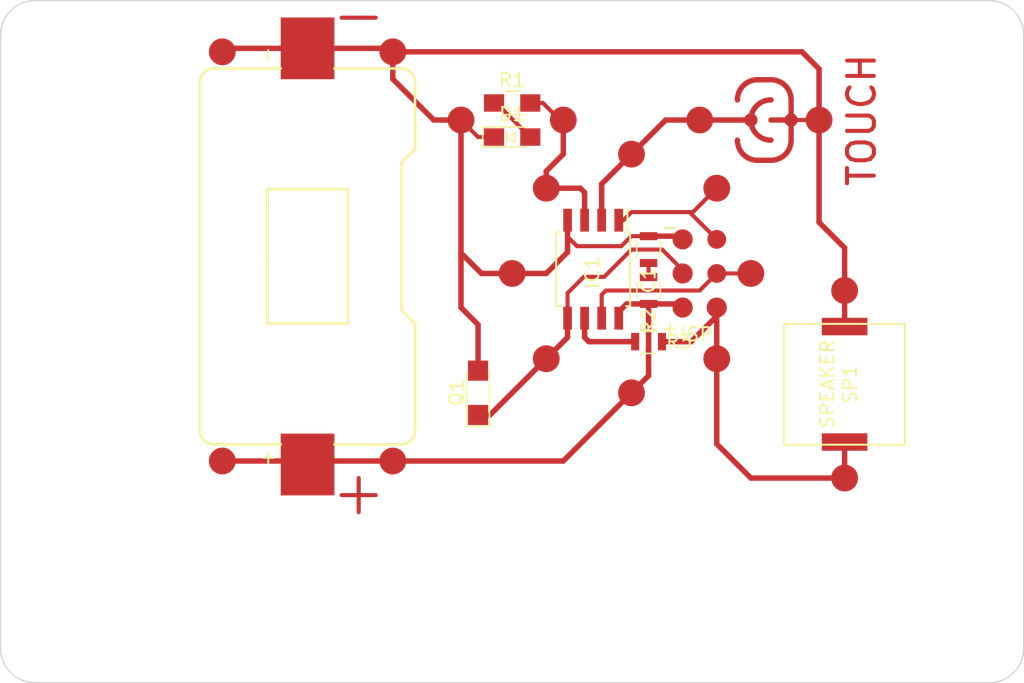
<source format=kicad_pcb>
(kicad_pcb (version 4) (host pcbnew 4.0.6)

  (general
    (links 41)
    (no_connects 2)
    (area 122.758999 58.877999 199.059001 109.778001)
    (thickness 1.6)
    (drawings 11)
    (tracks 109)
    (zones 0)
    (modules 29)
    (nets 10)
  )

  (page USLetter)
  (layers
    (0 F.Cu signal)
    (31 B.Cu signal)
    (32 B.Adhes user)
    (33 F.Adhes user)
    (34 B.Paste user)
    (35 F.Paste user)
    (36 B.SilkS user)
    (37 F.SilkS user)
    (38 B.Mask user)
    (39 F.Mask user)
    (40 Dwgs.User user)
    (41 Cmts.User user)
    (42 Eco1.User user)
    (43 Eco2.User user)
    (44 Edge.Cuts user)
    (45 Margin user)
    (46 B.CrtYd user)
    (47 F.CrtYd user)
    (48 B.Fab user)
    (49 F.Fab user)
  )

  (setup
    (last_trace_width 0.4064)
    (user_trace_width 0.254)
    (user_trace_width 0.3048)
    (user_trace_width 0.4064)
    (user_trace_width 0.6096)
    (trace_clearance 0.2)
    (zone_clearance 0.508)
    (zone_45_only no)
    (trace_min 0.2)
    (segment_width 0.2)
    (edge_width 0.1)
    (via_size 0.6)
    (via_drill 0.4)
    (via_min_size 0.4)
    (via_min_drill 0.3)
    (uvia_size 0.3)
    (uvia_drill 0.1)
    (uvias_allowed no)
    (uvia_min_size 0.2)
    (uvia_min_drill 0.1)
    (pcb_text_width 0.3)
    (pcb_text_size 1.27 1.27)
    (mod_edge_width 0.15)
    (mod_text_size 1.016 1.016)
    (mod_text_width 0.127)
    (pad_size 1.5 1.5)
    (pad_drill 0)
    (pad_to_mask_clearance 0)
    (aux_axis_origin 111.76 109.855)
    (grid_origin 0.889 0.508)
    (visible_elements 7FFFFFFF)
    (pcbplotparams
      (layerselection 0x010a0_00000001)
      (usegerberextensions true)
      (excludeedgelayer true)
      (linewidth 0.100000)
      (plotframeref false)
      (viasonmask false)
      (mode 1)
      (useauxorigin false)
      (hpglpennumber 1)
      (hpglpenspeed 20)
      (hpglpendiameter 15)
      (hpglpenoverlay 2)
      (psnegative false)
      (psa4output false)
      (plotreference true)
      (plotvalue true)
      (plotinvisibletext false)
      (padsonsilk false)
      (subtractmaskfromsilk false)
      (outputformat 1)
      (mirror false)
      (drillshape 0)
      (scaleselection 1)
      (outputdirectory gerbers/))
  )

  (net 0 "")
  (net 1 GND)
  (net 2 +BATT)
  (net 3 /MISO)
  (net 4 /SCK)
  (net 5 /MOSI)
  (net 6 /RST)
  (net 7 /D3)
  (net 8 /D4)
  (net 9 "Net-(D1-Pad2)")

  (net_class Default "This is the default net class."
    (clearance 0.2)
    (trace_width 0.25)
    (via_dia 0.6)
    (via_drill 0.4)
    (uvia_dia 0.3)
    (uvia_drill 0.1)
    (add_net +BATT)
    (add_net /D3)
    (add_net /D4)
    (add_net /MISO)
    (add_net /MOSI)
    (add_net /RST)
    (add_net /SCK)
    (add_net GND)
    (add_net "Net-(D1-Pad2)")
  )

  (module myFootPrints:SW_SMD_TOUCH (layer F.Cu) (tedit 5C9B8E15) (tstamp 5A94E024)
    (at 178.689 67.818 270)
    (path /5A7D01B3)
    (fp_text reference J1 (at 0.127 4.572 270) (layer F.SilkS) hide
      (effects (font (size 1.016 1.016) (thickness 0.2032)))
    )
    (fp_text value TOUCH (at 0.254 -4.572 270) (layer F.SilkS) hide
      (effects (font (size 1.016 1.016) (thickness 0.254)))
    )
    (fp_line (start 3 -1.5) (end 3 -0.5) (layer F.Cu) (width 0.4))
    (fp_line (start -3 -1.5) (end -3 -0.5) (layer F.Cu) (width 0.4))
    (fp_arc (start -1.5 -0.5) (end -1.5 1) (angle 90) (layer F.Cu) (width 0.4))
    (fp_arc (start 1.5 -0.5) (end 3 -0.5) (angle 90) (layer F.Cu) (width 0.4))
    (fp_line (start 0 -3) (end 0 -1.5) (layer F.Cu) (width 0.4))
    (fp_line (start -1.5 -3) (end 1.5 -3) (layer F.Cu) (width 0.4))
    (fp_arc (start 0 -1.5) (end 0 0) (angle 90) (layer F.Cu) (width 0.4))
    (fp_arc (start 0 -1.5) (end 1.5 -1.5) (angle 90) (layer F.Cu) (width 0.4))
    (fp_arc (start 1.5 -1.5) (end 1.5 -3) (angle 90) (layer F.Cu) (width 0.4))
    (fp_arc (start -1.5 -1.5) (end -3 -1.5) (angle 90) (layer F.Cu) (width 0.4))
    (pad 2 smd circle (at 0 0 270) (size 1 1) (layers F.Cu)
      (net 7 /D3))
    (pad 1 smd circle (at 0 -3 270) (size 1 1) (layers F.Cu)
      (net 1 GND))
  )

  (module footprints:SewPad (layer F.Cu) (tedit 5C9A7292) (tstamp 5C9A863A)
    (at 152.019 93.218)
    (descr "Through hole angled pin header, 1x01, 1.00mm pitch, 2.0mm pin length, single row")
    (tags "Through hole angled pin header THT 1x01 1.00mm single row")
    (path /5C9A7C13)
    (fp_text reference JB1 (at 0 -0.25) (layer F.SilkS) hide
      (effects (font (size 0.5 0.5) (thickness 0.125)))
    )
    (fp_text value PAD (at 0 0.5) (layer F.Fab)
      (effects (font (size 0.6 0.6) (thickness 0.15)))
    )
    (pad 1 smd circle (at 0 0) (size 2 2) (layers F.Cu F.Mask)
      (net 2 +BATT))
    (model ${KISYS3DMOD}/Pin_Headers.3dshapes/Pin_Header_Angled_1x01_Pitch1.00mm.wrl
      (at (xyz 0 0 0))
      (scale (xyz 1 1 1))
      (rotate (xyz 0 0 0))
    )
  )

  (module footprints:SewPad (layer F.Cu) (tedit 5C9A7292) (tstamp 5C9A860B)
    (at 139.319 62.738)
    (descr "Through hole angled pin header, 1x01, 1.00mm pitch, 2.0mm pin length, single row")
    (tags "Through hole angled pin header THT 1x01 1.00mm single row")
    (path /5C9A7CEA)
    (fp_text reference JB2 (at 0 -0.25) (layer F.SilkS) hide
      (effects (font (size 0.5 0.5) (thickness 0.125)))
    )
    (fp_text value PAD (at 0 0.5) (layer F.Fab)
      (effects (font (size 0.6 0.6) (thickness 0.15)))
    )
    (pad 1 smd circle (at 0 0) (size 2 2) (layers F.Cu F.Mask)
      (net 1 GND))
    (model ${KISYS3DMOD}/Pin_Headers.3dshapes/Pin_Header_Angled_1x01_Pitch1.00mm.wrl
      (at (xyz 0 0 0))
      (scale (xyz 1 1 1))
      (rotate (xyz 0 0 0))
    )
  )

  (module footprints:Pin_Header_Straight_2x03_Pitch2.54mm (layer F.Cu) (tedit 5C9B8E35) (tstamp 5A7BED43)
    (at 176.149 81.788 180)
    (descr "Through hole straight pin header, 2x03, 2.54mm pitch, double rows")
    (tags "Through hole pin header THT 2x03 2.54mm double row")
    (path /561A9A26)
    (fp_text reference CON1 (at 1.2 2.5 270) (layer F.SilkS) hide
      (effects (font (size 1 1) (thickness 0.15)))
    )
    (fp_text value ISP (at 1.5 -2 180) (layer F.SilkS)
      (effects (font (size 1 1) (thickness 0.15)))
    )
    (fp_text user - (at 3.5 6 180) (layer F.SilkS)
      (effects (font (size 1 1) (thickness 0.15)))
    )
    (fp_text user + (at 3.5 -1.5 180) (layer F.SilkS)
      (effects (font (size 1 1) (thickness 0.15)))
    )
    (fp_line (start 0 -1.27) (end 3.81 -1.27) (layer F.Fab) (width 0.1))
    (fp_line (start 3.81 -1.27) (end 3.81 6.35) (layer F.Fab) (width 0.1))
    (fp_line (start 3.81 6.35) (end -1.27 6.35) (layer F.Fab) (width 0.1))
    (fp_line (start -1.27 6.35) (end -1.27 0) (layer F.Fab) (width 0.1))
    (fp_line (start -1.27 0) (end 0 -1.27) (layer F.Fab) (width 0.1))
    (fp_line (start -1.8 -1.8) (end -1.8 6.85) (layer F.CrtYd) (width 0.05))
    (fp_line (start -1.8 6.85) (end 4.35 6.85) (layer F.CrtYd) (width 0.05))
    (fp_line (start 4.35 6.85) (end 4.35 -1.8) (layer F.CrtYd) (width 0.05))
    (fp_line (start 4.35 -1.8) (end -1.8 -1.8) (layer F.CrtYd) (width 0.05))
    (fp_text user %R (at 1.27 2.54 270) (layer F.Fab)
      (effects (font (size 1 1) (thickness 0.15)))
    )
    (pad 1 smd circle (at 0 0 180) (size 1.5 1.5) (layers F.Cu)
      (net 3 /MISO))
    (pad 2 smd oval (at 2.54 0 180) (size 1.5 1.5) (layers F.Cu)
      (net 2 +BATT))
    (pad 3 smd circle (at 0 2.54 180) (size 1.4 1.4) (layers F.Cu)
      (net 4 /SCK))
    (pad 4 smd oval (at 2.54 2.54 180) (size 1.5 1.5) (layers F.Cu)
      (net 5 /MOSI))
    (pad 5 smd circle (at 0 5.08 180) (size 1.4 1.4) (layers F.Cu)
      (net 6 /RST))
    (pad 6 smd circle (at 2.54 5.08 180) (size 1.5 1.5) (layers F.Cu)
      (net 1 GND))
  )

  (module Resistors_SMD:R_0805 (layer F.Cu) (tedit 5C9A81B7) (tstamp 5C9A81AC)
    (at 171.069 77.47 270)
    (descr "Resistor SMD 0805, reflow soldering, Vishay (see dcrcw.pdf)")
    (tags "resistor 0805")
    (path /553FDF53)
    (attr smd)
    (fp_text reference C1 (at 2.286 0 270) (layer F.SilkS)
      (effects (font (size 1 1) (thickness 0.15)))
    )
    (fp_text value "0.1 uF" (at 0 1.75 270) (layer F.Fab)
      (effects (font (size 1 1) (thickness 0.15)))
    )
    (fp_text user %R (at 0 0 270) (layer F.Fab)
      (effects (font (size 0.5 0.5) (thickness 0.075)))
    )
    (fp_line (start -1 0.62) (end -1 -0.62) (layer F.Fab) (width 0.1))
    (fp_line (start 1 0.62) (end -1 0.62) (layer F.Fab) (width 0.1))
    (fp_line (start 1 -0.62) (end 1 0.62) (layer F.Fab) (width 0.1))
    (fp_line (start -1 -0.62) (end 1 -0.62) (layer F.Fab) (width 0.1))
    (fp_line (start 0.6 0.88) (end -0.6 0.88) (layer F.SilkS) (width 0.12))
    (fp_line (start -0.6 -0.88) (end 0.6 -0.88) (layer F.SilkS) (width 0.12))
    (fp_line (start -1.55 -0.9) (end 1.55 -0.9) (layer F.CrtYd) (width 0.05))
    (fp_line (start -1.55 -0.9) (end -1.55 0.9) (layer F.CrtYd) (width 0.05))
    (fp_line (start 1.55 0.9) (end 1.55 -0.9) (layer F.CrtYd) (width 0.05))
    (fp_line (start 1.55 0.9) (end -1.55 0.9) (layer F.CrtYd) (width 0.05))
    (pad 1 smd rect (at -1 0 270) (size 0.6 1.3) (layers F.Cu F.Paste F.Mask)
      (net 1 GND))
    (pad 2 smd rect (at 1 0 270) (size 0.6 1.3) (layers F.Cu F.Paste F.Mask)
      (net 2 +BATT))
    (model ${KISYS3DMOD}/Resistors_SMD.3dshapes/R_0805.wrl
      (at (xyz 0 0 0))
      (scale (xyz 1 1 1))
      (rotate (xyz 0 0 0))
    )
  )

  (module Resistors_SMD:R_0805 (layer F.Cu) (tedit 5C99664C) (tstamp 5C9A7BCD)
    (at 171.069 80.518 270)
    (descr "Resistor SMD 0805, reflow soldering, Vishay (see dcrcw.pdf)")
    (tags "resistor 0805")
    (path /5C9B9776)
    (attr smd)
    (fp_text reference R2 (at 2.286 0 270) (layer F.SilkS)
      (effects (font (size 1 1) (thickness 0.15)))
    )
    (fp_text value 0 (at 0 1.75 270) (layer F.Fab)
      (effects (font (size 1 1) (thickness 0.15)))
    )
    (fp_text user %R (at 0 0 270) (layer F.Fab)
      (effects (font (size 0.5 0.5) (thickness 0.075)))
    )
    (fp_line (start -1 0.62) (end -1 -0.62) (layer F.Fab) (width 0.1))
    (fp_line (start 1 0.62) (end -1 0.62) (layer F.Fab) (width 0.1))
    (fp_line (start 1 -0.62) (end 1 0.62) (layer F.Fab) (width 0.1))
    (fp_line (start -1 -0.62) (end 1 -0.62) (layer F.Fab) (width 0.1))
    (fp_line (start 0.6 0.88) (end -0.6 0.88) (layer F.SilkS) (width 0.12))
    (fp_line (start -0.6 -0.88) (end 0.6 -0.88) (layer F.SilkS) (width 0.12))
    (fp_line (start -1.55 -0.9) (end 1.55 -0.9) (layer F.CrtYd) (width 0.05))
    (fp_line (start -1.55 -0.9) (end -1.55 0.9) (layer F.CrtYd) (width 0.05))
    (fp_line (start 1.55 0.9) (end 1.55 -0.9) (layer F.CrtYd) (width 0.05))
    (fp_line (start 1.55 0.9) (end -1.55 0.9) (layer F.CrtYd) (width 0.05))
    (pad 1 smd rect (at -1 0 270) (size 0.6 1.3) (layers F.Cu F.Paste F.Mask)
      (net 2 +BATT))
    (pad 2 smd rect (at 1 0 270) (size 0.6 1.3) (layers F.Cu F.Paste F.Mask)
      (net 2 +BATT))
    (model ${KISYS3DMOD}/Resistors_SMD.3dshapes/R_0805.wrl
      (at (xyz 0 0 0))
      (scale (xyz 1 1 1))
      (rotate (xyz 0 0 0))
    )
  )

  (module Resistors_SMD:R_0805 (layer F.Cu) (tedit 5C9B897D) (tstamp 5C8A8B15)
    (at 171.069 84.328)
    (descr "Resistor SMD 0805, reflow soldering, Vishay (see dcrcw.pdf)")
    (tags "resistor 0805")
    (path /5C8A8E71)
    (attr smd)
    (fp_text reference R3 (at 2.286 0) (layer F.SilkS)
      (effects (font (size 1 1) (thickness 0.15)))
    )
    (fp_text value 0 (at 0 1.75) (layer F.Fab)
      (effects (font (size 1 1) (thickness 0.15)))
    )
    (fp_text user %R (at 0 0) (layer F.Fab)
      (effects (font (size 0.5 0.5) (thickness 0.075)))
    )
    (fp_line (start -1 0.62) (end -1 -0.62) (layer F.Fab) (width 0.1))
    (fp_line (start 1 0.62) (end -1 0.62) (layer F.Fab) (width 0.1))
    (fp_line (start 1 -0.62) (end 1 0.62) (layer F.Fab) (width 0.1))
    (fp_line (start -1 -0.62) (end 1 -0.62) (layer F.Fab) (width 0.1))
    (fp_line (start 0.6 0.88) (end -0.6 0.88) (layer F.SilkS) (width 0.12))
    (fp_line (start -0.6 -0.88) (end 0.6 -0.88) (layer F.SilkS) (width 0.12))
    (fp_line (start -1.55 -0.9) (end 1.55 -0.9) (layer F.CrtYd) (width 0.05))
    (fp_line (start -1.55 -0.9) (end -1.55 0.9) (layer F.CrtYd) (width 0.05))
    (fp_line (start 1.55 0.9) (end 1.55 -0.9) (layer F.CrtYd) (width 0.05))
    (fp_line (start 1.55 0.9) (end -1.55 0.9) (layer F.CrtYd) (width 0.05))
    (pad 1 smd rect (at -1 0) (size 0.6 1.3) (layers F.Cu F.Paste F.Mask)
      (net 3 /MISO))
    (pad 2 smd rect (at 1 0) (size 0.6 1.3) (layers F.Cu F.Paste F.Mask)
      (net 3 /MISO))
    (model ${KISYS3DMOD}/Resistors_SMD.3dshapes/R_0805.wrl
      (at (xyz 0 0 0))
      (scale (xyz 1 1 1))
      (rotate (xyz 0 0 0))
    )
  )

  (module BATT_BA2032SM (layer F.Cu) (tedit 5C9A887A) (tstamp 5A83A7E3)
    (at 145.669 77.978 90)
    (tags battery)
    (path /553F9619)
    (fp_text reference BT1 (at 0 5 90) (layer F.SilkS) hide
      (effects (font (size 1.72974 1.08712) (thickness 0.27178)))
    )
    (fp_text value Battery (at 0 -5 90) (layer F.SilkS) hide
      (effects (font (size 1.524 1.016) (thickness 0.254)))
    )
    (fp_line (start 4 3) (end 5 3) (layer F.SilkS) (width 0.2))
    (fp_line (start 5 3) (end 5 -3) (layer F.SilkS) (width 0.2))
    (fp_line (start 5 -3) (end 4 -3) (layer F.SilkS) (width 0.2))
    (fp_line (start 0 -3) (end -5 -3) (layer F.SilkS) (width 0.2))
    (fp_line (start -5 -3) (end -5 3) (layer F.SilkS) (width 0.2))
    (fp_line (start -5 3) (end 4 3) (layer F.SilkS) (width 0.2))
    (fp_line (start 4 -3) (end 0 -3) (layer F.SilkS) (width 0.2))
    (fp_circle (center 0 0) (end 0 -10) (layer F.CrtYd) (width 0.2))
    (fp_text user - (at 15 -3 90) (layer F.SilkS)
      (effects (font (size 1 1) (thickness 0.15)))
    )
    (fp_text user + (at -15 -3 90) (layer F.SilkS)
      (effects (font (size 1 1) (thickness 0.15)))
    )
    (fp_line (start -5 8) (end -13 8) (layer F.SilkS) (width 0.2))
    (fp_line (start 8 8) (end 13 8) (layer F.SilkS) (width 0.2))
    (fp_line (start -5 8) (end -4 7) (layer F.SilkS) (width 0.2))
    (fp_line (start -4 7) (end 7 7) (layer F.SilkS) (width 0.2))
    (fp_line (start 7 7) (end 8 8) (layer F.SilkS) (width 0.2))
    (fp_line (start -14 2) (end -14 7) (layer F.SilkS) (width 0.2))
    (fp_line (start 14 2) (end 14 7) (layer F.SilkS) (width 0.2))
    (fp_line (start -13 -8) (end 13 -8) (layer F.SilkS) (width 0.2))
    (fp_line (start -14 -2) (end -14 -7) (layer F.SilkS) (width 0.2))
    (fp_arc (start 13 -7) (end 13 -8) (angle 90) (layer F.SilkS) (width 0.2))
    (fp_arc (start 13 7) (end 14 7) (angle 90) (layer F.SilkS) (width 0.2))
    (fp_arc (start -13 7) (end -13 8) (angle 90) (layer F.SilkS) (width 0.2))
    (fp_arc (start -13 -7) (end -14 -7) (angle 90) (layer F.SilkS) (width 0.2))
    (fp_line (start 14 -2) (end 14 -7) (layer F.SilkS) (width 0.2))
    (pad 1 smd rect (at -15.5 0 90) (size 4.6 4) (layers F.Cu F.Paste F.Mask)
      (net 2 +BATT))
    (pad 2 smd rect (at 15.5 0 90) (size 4.6 4) (layers F.Cu F.Paste F.Mask)
      (net 1 GND))
  )

  (module LEDs:LED_0805_HandSoldering (layer F.Cu) (tedit 5A9E0B35) (tstamp 5A94E010)
    (at 160.909 69.088)
    (descr "Resistor SMD 0805, hand soldering")
    (tags "resistor 0805")
    (path /561BE7BF)
    (attr smd)
    (fp_text reference D1 (at 0 -1.7) (layer F.SilkS)
      (effects (font (size 1 1) (thickness 0.15)))
    )
    (fp_text value LED (at 0 1.75) (layer F.Fab)
      (effects (font (size 1 1) (thickness 0.15)))
    )
    (fp_line (start -0.4 -0.4) (end -0.4 0.4) (layer F.SilkS) (width 0.1))
    (fp_line (start -0.4 0) (end 0.2 -0.4) (layer F.SilkS) (width 0.1))
    (fp_line (start 0.2 0.4) (end -0.4 0) (layer F.SilkS) (width 0.1))
    (fp_line (start 0.2 -0.4) (end 0.2 0.4) (layer F.SilkS) (width 0.1))
    (fp_line (start -1 0.62) (end -1 -0.62) (layer F.Fab) (width 0.1))
    (fp_line (start 1 0.62) (end -1 0.62) (layer F.Fab) (width 0.1))
    (fp_line (start 1 -0.62) (end 1 0.62) (layer F.Fab) (width 0.1))
    (fp_line (start -1 -0.62) (end 1 -0.62) (layer F.Fab) (width 0.1))
    (fp_line (start 1 0.75) (end -2.2 0.75) (layer F.SilkS) (width 0.12))
    (fp_line (start -2.2 -0.75) (end 1 -0.75) (layer F.SilkS) (width 0.12))
    (fp_line (start -2.35 -0.9) (end 2.35 -0.9) (layer F.CrtYd) (width 0.05))
    (fp_line (start -2.35 -0.9) (end -2.35 0.9) (layer F.CrtYd) (width 0.05))
    (fp_line (start 2.35 0.9) (end 2.35 -0.9) (layer F.CrtYd) (width 0.05))
    (fp_line (start 2.35 0.9) (end -2.35 0.9) (layer F.CrtYd) (width 0.05))
    (fp_line (start -2.2 -0.75) (end -2.2 0.75) (layer F.SilkS) (width 0.12))
    (pad 1 smd rect (at -1.35 0) (size 1.5 1.3) (layers F.Cu F.Paste F.Mask)
      (net 1 GND))
    (pad 2 smd rect (at 1.35 0) (size 1.5 1.3) (layers F.Cu F.Paste F.Mask)
      (net 9 "Net-(D1-Pad2)"))
    (model ${KISYS3DMOD}/LEDs.3dshapes/LED_0805.wrl
      (at (xyz 0 0 0))
      (scale (xyz 1 1 1))
      (rotate (xyz 0 0 0))
    )
  )

  (module footprints:SOIJ-8_5.3x5.3mm_Pitch1.27mm (layer F.Cu) (tedit 5A94E6CD) (tstamp 5A94DD7A)
    (at 166.9415 78.9305 270)
    (descr "8-Lead Plastic Small Outline (SM) - Medium, 5.28 mm Body [SOIC] (see Microchip Packaging Specification 00000049BS.pdf)")
    (tags "SOIC 1.27")
    (path /553EFD0A)
    (attr smd)
    (fp_text reference IC1 (at 0.265 0.06 270) (layer F.SilkS)
      (effects (font (size 1 1) (thickness 0.15)))
    )
    (fp_text value ATTINY85 (at 0 3.68 270) (layer F.Fab)
      (effects (font (size 1 1) (thickness 0.15)))
    )
    (fp_text user %R (at 0 0 270) (layer F.Fab)
      (effects (font (size 1 1) (thickness 0.15)))
    )
    (fp_line (start -1.65 -2.65) (end 2.65 -2.65) (layer F.Fab) (width 0.15))
    (fp_line (start 2.65 -2.65) (end 2.65 2.65) (layer F.Fab) (width 0.15))
    (fp_line (start 2.65 2.65) (end -2.65 2.65) (layer F.Fab) (width 0.15))
    (fp_line (start -2.65 2.65) (end -2.65 -1.65) (layer F.Fab) (width 0.15))
    (fp_line (start -2.65 -1.65) (end -1.65 -2.65) (layer F.Fab) (width 0.15))
    (fp_line (start -4.75 -2.95) (end -4.75 2.95) (layer F.CrtYd) (width 0.05))
    (fp_line (start 4.75 -2.95) (end 4.75 2.95) (layer F.CrtYd) (width 0.05))
    (fp_line (start -4.75 -2.95) (end 4.75 -2.95) (layer F.CrtYd) (width 0.05))
    (fp_line (start -4.75 2.95) (end 4.75 2.95) (layer F.CrtYd) (width 0.05))
    (fp_line (start -2.75 -2.755) (end -2.75 -2.55) (layer F.SilkS) (width 0.15))
    (fp_line (start 2.75 -2.755) (end 2.75 -2.455) (layer F.SilkS) (width 0.15))
    (fp_line (start 2.75 2.755) (end 2.75 2.455) (layer F.SilkS) (width 0.15))
    (fp_line (start -2.75 2.755) (end -2.75 2.455) (layer F.SilkS) (width 0.15))
    (fp_line (start -2.75 -2.755) (end 2.75 -2.755) (layer F.SilkS) (width 0.15))
    (fp_line (start -2.75 2.755) (end 2.75 2.755) (layer F.SilkS) (width 0.15))
    (fp_line (start -2.75 -2.55) (end -4.5 -2.55) (layer F.SilkS) (width 0.15))
    (pad 1 smd rect (at -3.65 -1.905 270) (size 1.7 0.65) (layers F.Cu F.Paste F.Mask)
      (net 6 /RST))
    (pad 2 smd rect (at -3.65 -0.635 270) (size 1.7 0.65) (layers F.Cu F.Paste F.Mask)
      (net 7 /D3))
    (pad 3 smd rect (at -3.65 0.635 270) (size 1.7 0.65) (layers F.Cu F.Paste F.Mask)
      (net 8 /D4))
    (pad 4 smd rect (at -3.65 1.905 270) (size 1.7 0.65) (layers F.Cu F.Paste F.Mask)
      (net 1 GND))
    (pad 5 smd rect (at 3.65 1.905 270) (size 1.7 0.65) (layers F.Cu F.Paste F.Mask)
      (net 5 /MOSI))
    (pad 6 smd rect (at 3.65 0.635 270) (size 1.7 0.65) (layers F.Cu F.Paste F.Mask)
      (net 3 /MISO))
    (pad 7 smd rect (at 3.65 -0.635 270) (size 1.7 0.65) (layers F.Cu F.Paste F.Mask)
      (net 4 /SCK))
    (pad 8 smd rect (at 3.65 -1.905 270) (size 1.7 0.65) (layers F.Cu F.Paste F.Mask)
      (net 2 +BATT))
    (model ${KISYS3DMOD}/Housings_SOIC.3dshapes/SOIJ-8_5.3x5.3mm_Pitch1.27mm.wrl
      (at (xyz 0 0 0))
      (scale (xyz 1 1 1))
      (rotate (xyz 0 0 0))
    )
  )

  (module Resistors_SMD:R_0805_HandSoldering (layer F.Cu) (tedit 58E0A804) (tstamp 5A94E034)
    (at 160.909 66.548)
    (descr "Resistor SMD 0805, hand soldering")
    (tags "resistor 0805")
    (path /561BE85C)
    (attr smd)
    (fp_text reference R1 (at 0 -1.7) (layer F.SilkS)
      (effects (font (size 1 1) (thickness 0.15)))
    )
    (fp_text value 330 (at 0 1.75) (layer F.Fab)
      (effects (font (size 1 1) (thickness 0.15)))
    )
    (fp_text user %R (at 0 0) (layer F.Fab)
      (effects (font (size 0.5 0.5) (thickness 0.075)))
    )
    (fp_line (start -1 0.62) (end -1 -0.62) (layer F.Fab) (width 0.1))
    (fp_line (start 1 0.62) (end -1 0.62) (layer F.Fab) (width 0.1))
    (fp_line (start 1 -0.62) (end 1 0.62) (layer F.Fab) (width 0.1))
    (fp_line (start -1 -0.62) (end 1 -0.62) (layer F.Fab) (width 0.1))
    (fp_line (start 0.6 0.88) (end -0.6 0.88) (layer F.SilkS) (width 0.12))
    (fp_line (start -0.6 -0.88) (end 0.6 -0.88) (layer F.SilkS) (width 0.12))
    (fp_line (start -2.35 -0.9) (end 2.35 -0.9) (layer F.CrtYd) (width 0.05))
    (fp_line (start -2.35 -0.9) (end -2.35 0.9) (layer F.CrtYd) (width 0.05))
    (fp_line (start 2.35 0.9) (end 2.35 -0.9) (layer F.CrtYd) (width 0.05))
    (fp_line (start 2.35 0.9) (end -2.35 0.9) (layer F.CrtYd) (width 0.05))
    (pad 1 smd rect (at -1.35 0) (size 1.5 1.3) (layers F.Cu F.Paste F.Mask)
      (net 9 "Net-(D1-Pad2)"))
    (pad 2 smd rect (at 1.35 0) (size 1.5 1.3) (layers F.Cu F.Paste F.Mask)
      (net 8 /D4))
    (model ${KISYS3DMOD}/Resistors_SMD.3dshapes/R_0805.wrl
      (at (xyz 0 0 0))
      (scale (xyz 1 1 1))
      (rotate (xyz 0 0 0))
    )
  )

  (module footprints:PS1240_piezo (layer F.Cu) (tedit 5A7D0A37) (tstamp 5C9A6FE2)
    (at 185.674 87.503 270)
    (descr "piezo speaker 12 mm")
    (tags "buzzer speaker piezo")
    (path /561A890F)
    (fp_text reference SP1 (at 0 -0.4 270) (layer F.SilkS)
      (effects (font (size 1 1) (thickness 0.15)))
    )
    (fp_text value SPEAKER (at 0 1.3 270) (layer F.SilkS)
      (effects (font (size 1 1) (thickness 0.15)))
    )
    (fp_line (start -4.5 -4.5) (end -4.5 4.5) (layer F.SilkS) (width 0.15))
    (fp_line (start -4.5 4.5) (end 4.5 4.5) (layer F.SilkS) (width 0.15))
    (fp_line (start 4.5 4.5) (end 4.5 -4.5) (layer F.SilkS) (width 0.15))
    (fp_line (start 4.5 -4.5) (end -4.5 -4.5) (layer F.SilkS) (width 0.15))
    (pad 1 smd rect (at -4.3 0 270) (size 1.3 3.4) (layers F.Cu F.Paste F.Mask)
      (net 1 GND))
    (pad 2 smd rect (at 4.3 0 270) (size 1.3 3.4) (layers F.Cu F.Paste F.Mask)
      (net 3 /MISO))
  )

  (module footprints:SewPad (layer F.Cu) (tedit 5C9A7292) (tstamp 5C9A7443)
    (at 139.319 93.218)
    (descr "Through hole angled pin header, 1x01, 1.00mm pitch, 2.0mm pin length, single row")
    (tags "Through hole angled pin header THT 1x01 1.00mm single row")
    (path /5C9A7C13)
    (fp_text reference JB1 (at 0 -0.25) (layer F.SilkS) hide
      (effects (font (size 0.5 0.5) (thickness 0.125)))
    )
    (fp_text value PAD (at 0 0.5) (layer F.Fab)
      (effects (font (size 0.6 0.6) (thickness 0.15)))
    )
    (pad 1 smd circle (at 0 0) (size 2 2) (layers F.Cu F.Mask)
      (net 2 +BATT))
    (model ${KISYS3DMOD}/Pin_Headers.3dshapes/Pin_Header_Angled_1x01_Pitch1.00mm.wrl
      (at (xyz 0 0 0))
      (scale (xyz 1 1 1))
      (rotate (xyz 0 0 0))
    )
  )

  (module footprints:SewPad (layer F.Cu) (tedit 5C9A7292) (tstamp 5C9A7448)
    (at 152.019 62.738)
    (descr "Through hole angled pin header, 1x01, 1.00mm pitch, 2.0mm pin length, single row")
    (tags "Through hole angled pin header THT 1x01 1.00mm single row")
    (path /5C9A7CEA)
    (fp_text reference JB2 (at 0 -0.25) (layer F.SilkS) hide
      (effects (font (size 0.5 0.5) (thickness 0.125)))
    )
    (fp_text value PAD (at 0 0.5) (layer F.Fab)
      (effects (font (size 0.6 0.6) (thickness 0.15)))
    )
    (pad 1 smd circle (at 0 0) (size 2 2) (layers F.Cu F.Mask)
      (net 1 GND))
    (model ${KISYS3DMOD}/Pin_Headers.3dshapes/Pin_Header_Angled_1x01_Pitch1.00mm.wrl
      (at (xyz 0 0 0))
      (scale (xyz 1 1 1))
      (rotate (xyz 0 0 0))
    )
  )

  (module footprints:SewPad (layer F.Cu) (tedit 5C9A7292) (tstamp 5C9A744D)
    (at 164.719 67.818)
    (descr "Through hole angled pin header, 1x01, 1.00mm pitch, 2.0mm pin length, single row")
    (tags "Through hole angled pin header THT 1x01 1.00mm single row")
    (path /5C9A7290)
    (fp_text reference JL1 (at 0 -0.25) (layer F.SilkS) hide
      (effects (font (size 0.5 0.5) (thickness 0.125)))
    )
    (fp_text value PAD (at 0 0.5) (layer F.Fab)
      (effects (font (size 0.6 0.6) (thickness 0.15)))
    )
    (pad 1 smd circle (at 0 0) (size 2 2) (layers F.Cu F.Mask)
      (net 8 /D4))
    (model ${KISYS3DMOD}/Pin_Headers.3dshapes/Pin_Header_Angled_1x01_Pitch1.00mm.wrl
      (at (xyz 0 0 0))
      (scale (xyz 1 1 1))
      (rotate (xyz 0 0 0))
    )
  )

  (module footprints:SewPad (layer F.Cu) (tedit 5C9A7292) (tstamp 5C9A7452)
    (at 157.099 67.818)
    (descr "Through hole angled pin header, 1x01, 1.00mm pitch, 2.0mm pin length, single row")
    (tags "Through hole angled pin header THT 1x01 1.00mm single row")
    (path /5C9A7595)
    (fp_text reference JL2 (at 0 -0.25) (layer F.SilkS) hide
      (effects (font (size 0.5 0.5) (thickness 0.125)))
    )
    (fp_text value PAD (at 0 0.5) (layer F.Fab)
      (effects (font (size 0.6 0.6) (thickness 0.15)))
    )
    (pad 1 smd circle (at 0 0) (size 2 2) (layers F.Cu F.Mask)
      (net 1 GND))
    (model ${KISYS3DMOD}/Pin_Headers.3dshapes/Pin_Header_Angled_1x01_Pitch1.00mm.wrl
      (at (xyz 0 0 0))
      (scale (xyz 1 1 1))
      (rotate (xyz 0 0 0))
    )
  )

  (module footprints:SewPad (layer F.Cu) (tedit 5C9A7292) (tstamp 5C9A7457)
    (at 169.799 88.138)
    (descr "Through hole angled pin header, 1x01, 1.00mm pitch, 2.0mm pin length, single row")
    (tags "Through hole angled pin header THT 1x01 1.00mm single row")
    (path /5C9A827C)
    (fp_text reference JP1 (at 0 -0.25) (layer F.SilkS) hide
      (effects (font (size 0.5 0.5) (thickness 0.125)))
    )
    (fp_text value PAD (at 0 0.5) (layer F.Fab)
      (effects (font (size 0.6 0.6) (thickness 0.15)))
    )
    (pad 1 smd circle (at 0 0) (size 2 2) (layers F.Cu F.Mask)
      (net 2 +BATT))
    (model ${KISYS3DMOD}/Pin_Headers.3dshapes/Pin_Header_Angled_1x01_Pitch1.00mm.wrl
      (at (xyz 0 0 0))
      (scale (xyz 1 1 1))
      (rotate (xyz 0 0 0))
    )
  )

  (module footprints:SewPad (layer F.Cu) (tedit 5C9A7292) (tstamp 5C9A745C)
    (at 160.909 79.248)
    (descr "Through hole angled pin header, 1x01, 1.00mm pitch, 2.0mm pin length, single row")
    (tags "Through hole angled pin header THT 1x01 1.00mm single row")
    (path /5C9A863D)
    (fp_text reference JP2 (at 0 -0.25) (layer F.SilkS) hide
      (effects (font (size 0.5 0.5) (thickness 0.125)))
    )
    (fp_text value CONN_01X01 (at 0 0.5) (layer F.Fab)
      (effects (font (size 0.6 0.6) (thickness 0.15)))
    )
    (pad 1 smd circle (at 0 0) (size 2 2) (layers F.Cu F.Mask)
      (net 1 GND))
    (model ${KISYS3DMOD}/Pin_Headers.3dshapes/Pin_Header_Angled_1x01_Pitch1.00mm.wrl
      (at (xyz 0 0 0))
      (scale (xyz 1 1 1))
      (rotate (xyz 0 0 0))
    )
  )

  (module footprints:SewPad (layer F.Cu) (tedit 5C9A7292) (tstamp 5C9A7461)
    (at 185.674 94.488)
    (descr "Through hole angled pin header, 1x01, 1.00mm pitch, 2.0mm pin length, single row")
    (tags "Through hole angled pin header THT 1x01 1.00mm single row")
    (path /5C9A7668)
    (fp_text reference JS1 (at 0 -0.25) (layer F.SilkS) hide
      (effects (font (size 0.5 0.5) (thickness 0.125)))
    )
    (fp_text value PAD (at 0 0.5) (layer F.Fab)
      (effects (font (size 0.6 0.6) (thickness 0.15)))
    )
    (pad 1 smd circle (at 0 0) (size 2 2) (layers F.Cu F.Mask)
      (net 3 /MISO))
    (model ${KISYS3DMOD}/Pin_Headers.3dshapes/Pin_Header_Angled_1x01_Pitch1.00mm.wrl
      (at (xyz 0 0 0))
      (scale (xyz 1 1 1))
      (rotate (xyz 0 0 0))
    )
  )

  (module footprints:SewPad (layer F.Cu) (tedit 5C9A7292) (tstamp 5C9A7466)
    (at 185.674 80.518)
    (descr "Through hole angled pin header, 1x01, 1.00mm pitch, 2.0mm pin length, single row")
    (tags "Through hole angled pin header THT 1x01 1.00mm single row")
    (path /5C9A770B)
    (fp_text reference JS2 (at 0 -0.25) (layer F.SilkS) hide
      (effects (font (size 0.5 0.5) (thickness 0.125)))
    )
    (fp_text value PAD (at 0 0.5) (layer F.Fab)
      (effects (font (size 0.6 0.6) (thickness 0.15)))
    )
    (pad 1 smd circle (at 0 0) (size 2 2) (layers F.Cu F.Mask)
      (net 1 GND))
    (model ${KISYS3DMOD}/Pin_Headers.3dshapes/Pin_Header_Angled_1x01_Pitch1.00mm.wrl
      (at (xyz 0 0 0))
      (scale (xyz 1 1 1))
      (rotate (xyz 0 0 0))
    )
  )

  (module footprints:SewPad (layer F.Cu) (tedit 5C9A7292) (tstamp 5C9A746B)
    (at 174.879 67.818)
    (descr "Through hole angled pin header, 1x01, 1.00mm pitch, 2.0mm pin length, single row")
    (tags "Through hole angled pin header THT 1x01 1.00mm single row")
    (path /5C9A732F)
    (fp_text reference JT1 (at 0 -0.25) (layer F.SilkS) hide
      (effects (font (size 0.5 0.5) (thickness 0.125)))
    )
    (fp_text value PAD (at 0 0.5) (layer F.Fab)
      (effects (font (size 0.6 0.6) (thickness 0.15)))
    )
    (pad 1 smd circle (at 0 0) (size 2 2) (layers F.Cu F.Mask)
      (net 7 /D3))
    (model ${KISYS3DMOD}/Pin_Headers.3dshapes/Pin_Header_Angled_1x01_Pitch1.00mm.wrl
      (at (xyz 0 0 0))
      (scale (xyz 1 1 1))
      (rotate (xyz 0 0 0))
    )
  )

  (module footprints:SewPad (layer F.Cu) (tedit 5C9A7292) (tstamp 5C9A7470)
    (at 183.769 67.818)
    (descr "Through hole angled pin header, 1x01, 1.00mm pitch, 2.0mm pin length, single row")
    (tags "Through hole angled pin header THT 1x01 1.00mm single row")
    (path /5C9A75FC)
    (fp_text reference JT2 (at 0 -0.25) (layer F.SilkS) hide
      (effects (font (size 0.5 0.5) (thickness 0.125)))
    )
    (fp_text value PAD (at 0 0.5) (layer F.Fab)
      (effects (font (size 0.6 0.6) (thickness 0.15)))
    )
    (pad 1 smd circle (at 0 0) (size 2 2) (layers F.Cu F.Mask)
      (net 1 GND))
    (model ${KISYS3DMOD}/Pin_Headers.3dshapes/Pin_Header_Angled_1x01_Pitch1.00mm.wrl
      (at (xyz 0 0 0))
      (scale (xyz 1 1 1))
      (rotate (xyz 0 0 0))
    )
  )

  (module footprints:SewPad (layer F.Cu) (tedit 5C9A7292) (tstamp 5C9A7542)
    (at 163.449 85.598)
    (descr "Through hole angled pin header, 1x01, 1.00mm pitch, 2.0mm pin length, single row")
    (tags "Through hole angled pin header THT 1x01 1.00mm single row")
    (path /5C9A89D0)
    (fp_text reference JD0 (at 0 -0.25) (layer F.SilkS) hide
      (effects (font (size 0.5 0.5) (thickness 0.125)))
    )
    (fp_text value PAD (at 0 0.5) (layer F.Fab)
      (effects (font (size 0.6 0.6) (thickness 0.15)))
    )
    (pad 1 smd circle (at 0 0) (size 2 2) (layers F.Cu F.Mask)
      (net 5 /MOSI))
    (model ${KISYS3DMOD}/Pin_Headers.3dshapes/Pin_Header_Angled_1x01_Pitch1.00mm.wrl
      (at (xyz 0 0 0))
      (scale (xyz 1 1 1))
      (rotate (xyz 0 0 0))
    )
  )

  (module footprints:SewPad (layer F.Cu) (tedit 5C9A7292) (tstamp 5C9A7547)
    (at 176.149 85.598)
    (descr "Through hole angled pin header, 1x01, 1.00mm pitch, 2.0mm pin length, single row")
    (tags "Through hole angled pin header THT 1x01 1.00mm single row")
    (path /5C9A8A4D)
    (fp_text reference JD1 (at 0 -0.25) (layer F.SilkS) hide
      (effects (font (size 0.5 0.5) (thickness 0.125)))
    )
    (fp_text value PAD (at 0 0.5) (layer F.Fab)
      (effects (font (size 0.6 0.6) (thickness 0.15)))
    )
    (pad 1 smd circle (at 0 0) (size 2 2) (layers F.Cu F.Mask)
      (net 3 /MISO))
    (model ${KISYS3DMOD}/Pin_Headers.3dshapes/Pin_Header_Angled_1x01_Pitch1.00mm.wrl
      (at (xyz 0 0 0))
      (scale (xyz 1 1 1))
      (rotate (xyz 0 0 0))
    )
  )

  (module footprints:SewPad (layer F.Cu) (tedit 5C9A7292) (tstamp 5C9A754C)
    (at 178.689 79.248)
    (descr "Through hole angled pin header, 1x01, 1.00mm pitch, 2.0mm pin length, single row")
    (tags "Through hole angled pin header THT 1x01 1.00mm single row")
    (path /5C9A8AC3)
    (fp_text reference JD2 (at 0 -0.25) (layer F.SilkS) hide
      (effects (font (size 0.5 0.5) (thickness 0.125)))
    )
    (fp_text value PAD (at 0 0.5) (layer F.Fab)
      (effects (font (size 0.6 0.6) (thickness 0.15)))
    )
    (pad 1 smd circle (at 0 0) (size 2 2) (layers F.Cu F.Mask)
      (net 4 /SCK))
    (model ${KISYS3DMOD}/Pin_Headers.3dshapes/Pin_Header_Angled_1x01_Pitch1.00mm.wrl
      (at (xyz 0 0 0))
      (scale (xyz 1 1 1))
      (rotate (xyz 0 0 0))
    )
  )

  (module footprints:SewPad (layer F.Cu) (tedit 5C9A7292) (tstamp 5C9A7920)
    (at 169.799 70.358)
    (descr "Through hole angled pin header, 1x01, 1.00mm pitch, 2.0mm pin length, single row")
    (tags "Through hole angled pin header THT 1x01 1.00mm single row")
    (path /5C9A98B9)
    (fp_text reference JD3 (at 0 -0.25) (layer F.SilkS) hide
      (effects (font (size 0.5 0.5) (thickness 0.125)))
    )
    (fp_text value PAD (at 0 0.5) (layer F.Fab)
      (effects (font (size 0.6 0.6) (thickness 0.15)))
    )
    (pad 1 smd circle (at 0 0) (size 2 2) (layers F.Cu F.Mask)
      (net 7 /D3))
    (model ${KISYS3DMOD}/Pin_Headers.3dshapes/Pin_Header_Angled_1x01_Pitch1.00mm.wrl
      (at (xyz 0 0 0))
      (scale (xyz 1 1 1))
      (rotate (xyz 0 0 0))
    )
  )

  (module footprints:SewPad (layer F.Cu) (tedit 5C9A7292) (tstamp 5C9A7925)
    (at 163.449 72.898)
    (descr "Through hole angled pin header, 1x01, 1.00mm pitch, 2.0mm pin length, single row")
    (tags "Through hole angled pin header THT 1x01 1.00mm single row")
    (path /5C9A9818)
    (fp_text reference JD4 (at 0 -0.25) (layer F.SilkS) hide
      (effects (font (size 0.5 0.5) (thickness 0.125)))
    )
    (fp_text value PAD (at 0 0.5) (layer F.Fab)
      (effects (font (size 0.6 0.6) (thickness 0.15)))
    )
    (pad 1 smd circle (at 0 0) (size 2 2) (layers F.Cu F.Mask)
      (net 8 /D4))
    (model ${KISYS3DMOD}/Pin_Headers.3dshapes/Pin_Header_Angled_1x01_Pitch1.00mm.wrl
      (at (xyz 0 0 0))
      (scale (xyz 1 1 1))
      (rotate (xyz 0 0 0))
    )
  )

  (module footprints:SewPad (layer F.Cu) (tedit 5C9A7292) (tstamp 5C9A7AD6)
    (at 176.149 72.898)
    (descr "Through hole angled pin header, 1x01, 1.00mm pitch, 2.0mm pin length, single row")
    (tags "Through hole angled pin header THT 1x01 1.00mm single row")
    (path /5C9A9A99)
    (fp_text reference JD5 (at 0 -0.25) (layer F.SilkS) hide
      (effects (font (size 0.5 0.5) (thickness 0.125)))
    )
    (fp_text value PAD (at 0 0.5) (layer F.Fab)
      (effects (font (size 0.6 0.6) (thickness 0.15)))
    )
    (pad 1 smd circle (at 0 0) (size 2 2) (layers F.Cu F.Mask)
      (net 6 /RST))
    (model ${KISYS3DMOD}/Pin_Headers.3dshapes/Pin_Header_Angled_1x01_Pitch1.00mm.wrl
      (at (xyz 0 0 0))
      (scale (xyz 1 1 1))
      (rotate (xyz 0 0 0))
    )
  )

  (module LEDs:LED_1206 (layer F.Cu) (tedit 57FE943C) (tstamp 5C9A8948)
    (at 158.369 88.138 90)
    (descr "LED 1206 smd package")
    (tags "LED led 1206 SMD smd SMT smt smdled SMDLED smtled SMTLED")
    (path /553F0F1B)
    (attr smd)
    (fp_text reference Q1 (at 0 -1.6 90) (layer F.SilkS)
      (effects (font (size 1 1) (thickness 0.15)))
    )
    (fp_text value LIGHT (at 0 1.7 90) (layer F.Fab)
      (effects (font (size 1 1) (thickness 0.15)))
    )
    (fp_line (start -2.5 -0.85) (end -2.5 0.85) (layer F.SilkS) (width 0.12))
    (fp_line (start -0.45 -0.4) (end -0.45 0.4) (layer F.Fab) (width 0.1))
    (fp_line (start -0.4 0) (end 0.2 -0.4) (layer F.Fab) (width 0.1))
    (fp_line (start 0.2 0.4) (end -0.4 0) (layer F.Fab) (width 0.1))
    (fp_line (start 0.2 -0.4) (end 0.2 0.4) (layer F.Fab) (width 0.1))
    (fp_line (start 1.6 0.8) (end -1.6 0.8) (layer F.Fab) (width 0.1))
    (fp_line (start 1.6 -0.8) (end 1.6 0.8) (layer F.Fab) (width 0.1))
    (fp_line (start -1.6 -0.8) (end 1.6 -0.8) (layer F.Fab) (width 0.1))
    (fp_line (start -1.6 0.8) (end -1.6 -0.8) (layer F.Fab) (width 0.1))
    (fp_line (start -2.45 0.85) (end 1.6 0.85) (layer F.SilkS) (width 0.12))
    (fp_line (start -2.45 -0.85) (end 1.6 -0.85) (layer F.SilkS) (width 0.12))
    (fp_line (start 2.65 -1) (end 2.65 1) (layer F.CrtYd) (width 0.05))
    (fp_line (start 2.65 1) (end -2.65 1) (layer F.CrtYd) (width 0.05))
    (fp_line (start -2.65 1) (end -2.65 -1) (layer F.CrtYd) (width 0.05))
    (fp_line (start -2.65 -1) (end 2.65 -1) (layer F.CrtYd) (width 0.05))
    (pad 2 smd rect (at 1.65 0 270) (size 1.5 1.5) (layers F.Cu F.Paste F.Mask)
      (net 1 GND))
    (pad 1 smd rect (at -1.65 0 270) (size 1.5 1.5) (layers F.Cu F.Paste F.Mask)
      (net 5 /MOSI))
    (model ${KISYS3DMOD}/LEDs.3dshapes/LED_1206.wrl
      (at (xyz 0 0 0))
      (scale (xyz 1 1 1))
      (rotate (xyz 0 0 180))
    )
  )

  (gr_text . (at 169.799 72.898) (layer F.Paste)
    (effects (font (size 2 2) (thickness 0.3)))
  )
  (gr_text TOUCH (at 186.944 67.818 90) (layer F.Cu)
    (effects (font (size 2 2) (thickness 0.3)))
  )
  (gr_circle (center 169.799 79.248) (end 169.799 69.088) (layer Dwgs.User) (width 0.2))
  (gr_line (start 125.349 58.928) (end 196.469 58.928) (angle 90) (layer Edge.Cuts) (width 0.1))
  (gr_line (start 122.809 107.188) (end 122.809 61.468) (angle 90) (layer Edge.Cuts) (width 0.1))
  (gr_line (start 196.469 109.728) (end 125.349 109.728) (angle 90) (layer Edge.Cuts) (width 0.1))
  (gr_line (start 199.009 61.468) (end 199.009 107.188) (angle 90) (layer Edge.Cuts) (width 0.1))
  (gr_arc (start 196.469 107.188) (end 199.009 107.188) (angle 90) (layer Edge.Cuts) (width 0.1))
  (gr_arc (start 196.469 61.468) (end 196.469 58.928) (angle 90) (layer Edge.Cuts) (width 0.1))
  (gr_arc (start 125.349 107.188) (end 125.349 109.728) (angle 90) (layer Edge.Cuts) (width 0.1))
  (gr_arc (start 125.349 61.468) (end 122.809 61.468) (angle 90) (layer Edge.Cuts) (width 0.1))

  (segment (start 148.209 60.198) (end 150.749 60.198) (width 0.3048) (layer F.Cu) (net 0))
  (segment (start 149.479 94.488) (end 149.479 97.028) (width 0.3048) (layer F.Cu) (net 0))
  (segment (start 148.209 95.758) (end 150.749 95.758) (width 0.3048) (layer F.Cu) (net 0))
  (segment (start 160.909 79.248) (end 163.449 79.248) (width 0.4064) (layer F.Cu) (net 1))
  (segment (start 165.0365 77.6605) (end 165.0365 75.2805) (width 0.4064) (layer F.Cu) (net 1) (tstamp 5C9A9757))
  (segment (start 163.449 79.248) (end 165.0365 77.6605) (width 0.4064) (layer F.Cu) (net 1) (tstamp 5C9A9756))
  (segment (start 171.069 76.47) (end 173.371 76.47) (width 0.4064) (layer F.Cu) (net 1))
  (segment (start 173.371 76.47) (end 173.609 76.708) (width 0.4064) (layer F.Cu) (net 1) (tstamp 5C9A9744))
  (segment (start 185.674 80.518) (end 185.674 83.203) (width 0.4064) (layer F.Cu) (net 1))
  (segment (start 185.674 80.518) (end 185.674 77.343) (width 0.4064) (layer F.Cu) (net 1))
  (segment (start 183.769 75.438) (end 183.769 67.818) (width 0.4064) (layer F.Cu) (net 1) (tstamp 5C9A96FC))
  (segment (start 185.674 77.343) (end 183.769 75.438) (width 0.4064) (layer F.Cu) (net 1) (tstamp 5C9A96F7))
  (segment (start 158.369 86.488) (end 158.369 83.058) (width 0.4064) (layer F.Cu) (net 1))
  (segment (start 157.099 81.788) (end 157.099 77.724) (width 0.4064) (layer F.Cu) (net 1) (tstamp 5C9A8990))
  (segment (start 158.369 83.058) (end 157.099 81.788) (width 0.4064) (layer F.Cu) (net 1) (tstamp 5C9A898E))
  (segment (start 183.769 67.818) (end 183.769 64.008) (width 0.4064) (layer F.Cu) (net 1))
  (segment (start 183.769 64.008) (end 182.499 62.738) (width 0.4064) (layer F.Cu) (net 1) (tstamp 5C9A87AE))
  (segment (start 182.499 62.738) (end 152.019 62.738) (width 0.4064) (layer F.Cu) (net 1) (tstamp 5C9A87B2))
  (segment (start 145.669 62.478) (end 139.579 62.478) (width 0.4064) (layer F.Cu) (net 1))
  (segment (start 139.579 62.478) (end 139.319 62.738) (width 0.4064) (layer F.Cu) (net 1) (tstamp 5C9A8621))
  (segment (start 160.909 79.248) (end 158.623 79.248) (width 0.4064) (layer F.Cu) (net 1))
  (segment (start 157.099 77.724) (end 157.099 67.818) (width 0.4064) (layer F.Cu) (net 1) (tstamp 5C9A85EB))
  (segment (start 158.623 79.248) (end 157.099 77.724) (width 0.4064) (layer F.Cu) (net 1) (tstamp 5C9A85EA))
  (segment (start 157.099 67.818) (end 155.067 67.818) (width 0.4064) (layer F.Cu) (net 1))
  (segment (start 152.019 64.77) (end 152.019 62.738) (width 0.4064) (layer F.Cu) (net 1) (tstamp 5C9A85E6))
  (segment (start 155.067 67.818) (end 152.019 64.77) (width 0.4064) (layer F.Cu) (net 1) (tstamp 5C9A85E4))
  (segment (start 145.669 62.478) (end 151.759 62.478) (width 0.4064) (layer F.Cu) (net 1))
  (segment (start 151.759 62.478) (end 152.019 62.738) (width 0.4064) (layer F.Cu) (net 1) (tstamp 5C9A85E0))
  (segment (start 151.759 62.478) (end 152.019 62.738) (width 0.4064) (layer F.Cu) (net 1) (tstamp 5C9A8590))
  (segment (start 181.689 67.818) (end 183.769 67.818) (width 0.3048) (layer F.Cu) (net 1))
  (segment (start 159.559 69.088) (end 158.369 69.088) (width 0.3048) (layer F.Cu) (net 1))
  (segment (start 158.369 69.088) (end 157.099 67.818) (width 0.3048) (layer F.Cu) (net 1) (tstamp 5C9A84BC))
  (segment (start 171.069 76.47) (end 169.783 76.47) (width 0.3048) (layer F.Cu) (net 1))
  (segment (start 169.783 76.47) (end 169.037 77.216) (width 0.3048) (layer F.Cu) (net 1) (tstamp 5C9A83BA))
  (segment (start 169.037 77.216) (end 165.735 77.216) (width 0.3048) (layer F.Cu) (net 1) (tstamp 5C9A83BC))
  (segment (start 165.735 77.216) (end 165.0365 76.5175) (width 0.3048) (layer F.Cu) (net 1) (tstamp 5C9A83BF))
  (segment (start 165.0365 76.5175) (end 165.0365 75.2805) (width 0.3048) (layer F.Cu) (net 1) (tstamp 5C9A83C0))
  (segment (start 171.069 76.47) (end 170.545 76.47) (width 0.3048) (layer F.Cu) (net 1))
  (segment (start 171.069 81.518) (end 173.339 81.518) (width 0.4064) (layer F.Cu) (net 2) (status C00000))
  (segment (start 173.339 81.518) (end 173.609 81.788) (width 0.4064) (layer F.Cu) (net 2) (tstamp 5C9B8A81) (status C00000))
  (segment (start 171.069 81.518) (end 169.434 81.518) (width 0.4064) (layer F.Cu) (net 2) (status 400000))
  (segment (start 169.434 81.518) (end 168.8465 82.1055) (width 0.4064) (layer F.Cu) (net 2) (tstamp 5C9B8A70) (status 800000))
  (segment (start 168.8465 82.1055) (end 168.8465 82.5805) (width 0.4064) (layer F.Cu) (net 2) (tstamp 5C9B8A75) (status C00000))
  (segment (start 171.069 84.963) (end 171.069 81.518) (width 0.4064) (layer F.Cu) (net 2) (status 800000))
  (segment (start 152.019 93.218) (end 145.929 93.218) (width 0.4064) (layer F.Cu) (net 2))
  (segment (start 145.929 93.218) (end 145.669 93.478) (width 0.4064) (layer F.Cu) (net 2) (tstamp 5C9A9724))
  (segment (start 152.019 93.218) (end 164.719 93.218) (width 0.4064) (layer F.Cu) (net 2))
  (segment (start 164.719 93.218) (end 169.799 88.138) (width 0.4064) (layer F.Cu) (net 2) (tstamp 5C9A864E))
  (segment (start 145.929 93.218) (end 145.669 93.478) (width 0.4064) (layer F.Cu) (net 2) (tstamp 5C9A864A))
  (segment (start 171.069 86.868) (end 169.799 88.138) (width 0.4064) (layer F.Cu) (net 2) (tstamp 5C9A85A4))
  (segment (start 139.319 93.218) (end 145.409 93.218) (width 0.4064) (layer F.Cu) (net 2))
  (segment (start 145.409 93.218) (end 145.669 93.478) (width 0.4064) (layer F.Cu) (net 2) (tstamp 5C9A8599))
  (segment (start 173.339 81.518) (end 173.609 81.788) (width 0.3048) (layer F.Cu) (net 2) (tstamp 5C9A83F3))
  (segment (start 171.069 79.518) (end 171.069 78.47) (width 0.3048) (layer F.Cu) (net 2))
  (segment (start 171.069 84.82) (end 171.069 84.963) (width 0.4064) (layer F.Cu) (net 2))
  (segment (start 171.069 84.963) (end 171.069 86.868) (width 0.4064) (layer F.Cu) (net 2) (tstamp 5C9B8A69))
  (segment (start 176.149 85.598) (end 176.149 81.788) (width 0.4064) (layer F.Cu) (net 3) (status C00000))
  (segment (start 172.069 84.328) (end 174.244 84.328) (width 0.4064) (layer F.Cu) (net 3) (status 400000))
  (segment (start 174.244 84.328) (end 176.149 82.423) (width 0.4064) (layer F.Cu) (net 3) (tstamp 5C9B8A51) (status 800000))
  (segment (start 176.149 82.423) (end 176.149 81.788) (width 0.4064) (layer F.Cu) (net 3) (tstamp 5C9B8A55) (status C00000))
  (segment (start 166.3065 82.5805) (end 166.3065 84.0105) (width 0.4064) (layer F.Cu) (net 3) (status 400000))
  (segment (start 166.624 84.328) (end 170.069 84.328) (width 0.4064) (layer F.Cu) (net 3) (tstamp 5C9B8A46) (status 800000))
  (segment (start 166.3065 84.0105) (end 166.624 84.328) (width 0.4064) (layer F.Cu) (net 3) (tstamp 5C9B8A42))
  (segment (start 176.149 85.598) (end 176.149 91.948) (width 0.4064) (layer F.Cu) (net 3))
  (segment (start 178.689 94.488) (end 185.674 94.488) (width 0.4064) (layer F.Cu) (net 3) (tstamp 5C9A971C))
  (segment (start 176.149 91.948) (end 178.689 94.488) (width 0.4064) (layer F.Cu) (net 3) (tstamp 5C9A971A))
  (segment (start 185.674 91.803) (end 185.674 94.488) (width 0.4064) (layer F.Cu) (net 3))
  (segment (start 176.149 85.598) (end 175.895 85.598) (width 0.3048) (layer F.Cu) (net 3))
  (segment (start 176.149 79.248) (end 178.689 79.248) (width 0.3048) (layer F.Cu) (net 4))
  (segment (start 176.149 79.248) (end 174.879 80.518) (width 0.3048) (layer F.Cu) (net 4))
  (segment (start 167.5765 80.8355) (end 167.5765 82.5805) (width 0.3048) (layer F.Cu) (net 4) (tstamp 5C9A6EC4))
  (segment (start 167.894 80.518) (end 167.5765 80.8355) (width 0.3048) (layer F.Cu) (net 4) (tstamp 5C9A6EB8))
  (segment (start 174.879 80.518) (end 167.894 80.518) (width 0.3048) (layer F.Cu) (net 4) (tstamp 5C9A6EB6))
  (segment (start 165.0365 82.5805) (end 165.0365 84.0105) (width 0.4064) (layer F.Cu) (net 5))
  (segment (start 165.0365 84.0105) (end 163.449 85.598) (width 0.4064) (layer F.Cu) (net 5) (tstamp 5C9A9735))
  (segment (start 170.307 77.47) (end 169.799 77.47) (width 0.3048) (layer F.Cu) (net 5))
  (segment (start 172.085 77.47) (end 170.307 77.47) (width 0.3048) (layer F.Cu) (net 5) (tstamp 5C9A8386))
  (segment (start 166.243 79.502) (end 165.0365 80.7085) (width 0.3048) (layer F.Cu) (net 5) (tstamp 5C9A8392))
  (segment (start 165.0365 82.5805) (end 165.0365 80.7085) (width 0.3048) (layer F.Cu) (net 5) (tstamp 5C9A8393))
  (segment (start 172.085 77.47) (end 173.609 78.994) (width 0.3048) (layer F.Cu) (net 5) (tstamp 5C9A8384))
  (segment (start 167.767 79.502) (end 166.243 79.502) (width 0.3048) (layer F.Cu) (net 5) (tstamp 5C9A9570))
  (segment (start 169.799 77.47) (end 167.767 79.502) (width 0.3048) (layer F.Cu) (net 5) (tstamp 5C9A956F))
  (segment (start 158.369 89.788) (end 159.259 89.788) (width 0.4064) (layer F.Cu) (net 5))
  (segment (start 159.259 89.788) (end 163.449 85.598) (width 0.4064) (layer F.Cu) (net 5) (tstamp 5C9A8981))
  (segment (start 173.609 79.248) (end 173.609 78.994) (width 0.3048) (layer F.Cu) (net 5))
  (segment (start 174.117 74.676) (end 174.371 74.676) (width 0.3048) (layer F.Cu) (net 6))
  (segment (start 174.371 74.676) (end 176.149 72.898) (width 0.3048) (layer F.Cu) (net 6) (tstamp 5C9A8449))
  (segment (start 168.8465 75.2805) (end 169.1945 75.2805) (width 0.3048) (layer F.Cu) (net 6))
  (segment (start 174.117 74.676) (end 176.149 76.708) (width 0.3048) (layer F.Cu) (net 6) (tstamp 5C9A83D1))
  (segment (start 169.799 74.676) (end 174.117 74.676) (width 0.3048) (layer F.Cu) (net 6) (tstamp 5C9A83D0))
  (segment (start 169.1945 75.2805) (end 169.799 74.676) (width 0.3048) (layer F.Cu) (net 6) (tstamp 5C9A83CF))
  (segment (start 167.5765 75.2805) (end 167.5765 72.5805) (width 0.4064) (layer F.Cu) (net 7))
  (segment (start 167.5765 72.5805) (end 169.799 70.358) (width 0.4064) (layer F.Cu) (net 7) (tstamp 5C9A9764))
  (segment (start 169.799 70.358) (end 172.339 67.818) (width 0.4064) (layer F.Cu) (net 7))
  (segment (start 172.339 67.818) (end 174.879 67.818) (width 0.4064) (layer F.Cu) (net 7) (tstamp 5C9A96F0))
  (segment (start 178.689 67.818) (end 174.879 67.818) (width 0.4064) (layer F.Cu) (net 7))
  (segment (start 174.879 67.818) (end 175.189 67.818) (width 0.3048) (layer F.Cu) (net 7))
  (segment (start 174.625 68.072) (end 174.879 67.818) (width 0.3048) (layer F.Cu) (net 7) (tstamp 5C9A84C0))
  (segment (start 163.449 72.898) (end 163.449 71.628) (width 0.4064) (layer F.Cu) (net 8))
  (segment (start 164.719 70.358) (end 164.719 67.818) (width 0.4064) (layer F.Cu) (net 8) (tstamp 5C9A9774))
  (segment (start 163.449 71.628) (end 164.719 70.358) (width 0.4064) (layer F.Cu) (net 8) (tstamp 5C9A9773))
  (segment (start 166.3065 75.2805) (end 166.3065 73.2155) (width 0.4064) (layer F.Cu) (net 8))
  (segment (start 165.989 72.898) (end 163.449 72.898) (width 0.4064) (layer F.Cu) (net 8) (tstamp 5C9A976B))
  (segment (start 166.3065 73.2155) (end 165.989 72.898) (width 0.4064) (layer F.Cu) (net 8) (tstamp 5C9A9769))
  (segment (start 164.719 67.818) (end 164.465 67.818) (width 0.3048) (layer F.Cu) (net 8))
  (segment (start 164.465 67.818) (end 163.195 66.548) (width 0.3048) (layer F.Cu) (net 8) (tstamp 5C9A84B5))
  (segment (start 163.195 66.548) (end 162.259 66.548) (width 0.3048) (layer F.Cu) (net 8) (tstamp 5C9A84B6))
  (segment (start 159.559 66.548) (end 159.719 66.548) (width 0.3048) (layer F.Cu) (net 9))
  (segment (start 159.719 66.548) (end 162.259 69.088) (width 0.3048) (layer F.Cu) (net 9) (tstamp 5C9A84B9))

)

</source>
